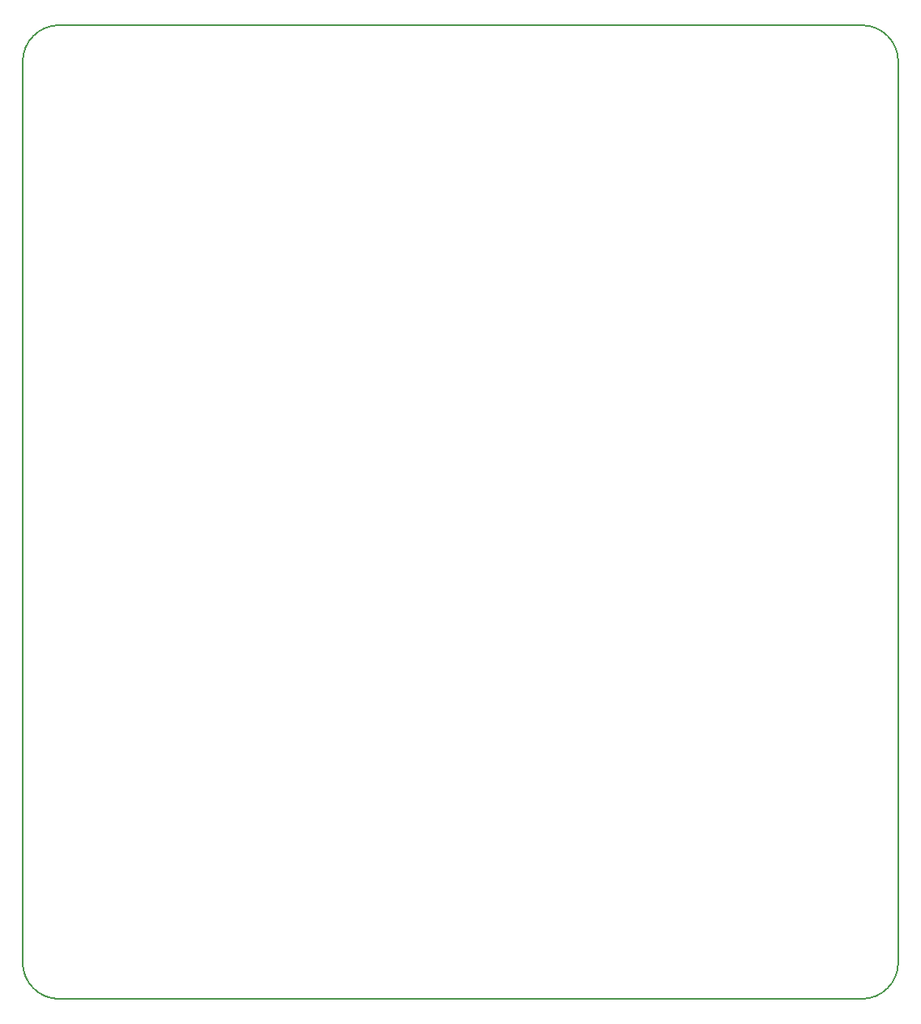
<source format=gbr>
G04 start of page 4 for group 7 idx 7 *
G04 Title: (unknown), outline *
G04 Creator: pcb 20091103 *
G04 CreationDate: Mon 12 Dec 2011 01:01:08 AM GMT UTC *
G04 For: haunma *
G04 Format: Gerber/RS-274X *
G04 PCB-Dimensions: 360000 400000 *
G04 PCB-Coordinate-Origin: lower left *
%MOIN*%
%FSLAX25Y25*%
%LNOUTLINE*%
%ADD85C,0.0060*%
G54D85*X15000Y0D02*X345000D01*
X0Y385000D02*Y15000D01*
X345000Y400000D02*X15000D01*
X360000Y385000D02*Y15000D01*
X15000Y400000D02*G75*G03X0Y385000I0J-15000D01*G01*
Y15000D02*G75*G03X15000Y0I15000J0D01*G01*
X345000Y400000D02*G75*G02X360000Y385000I0J-15000D01*G01*
Y15000D02*G75*G02X345000Y0I-15000J0D01*G01*
M02*

</source>
